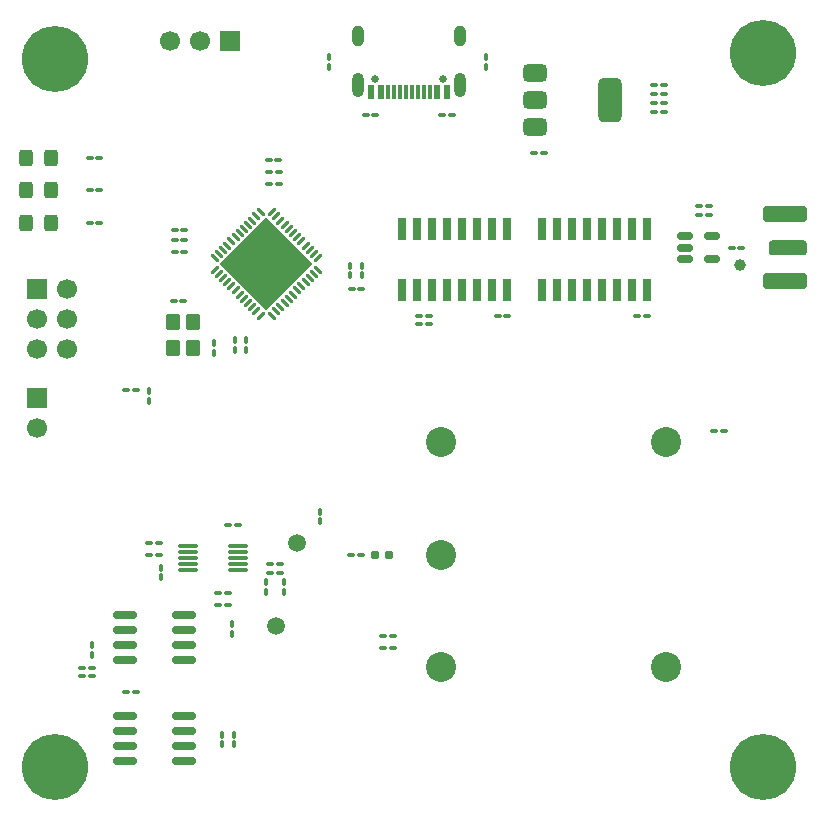
<source format=gbr>
%TF.GenerationSoftware,KiCad,Pcbnew,9.0.4*%
%TF.CreationDate,2025-10-01T21:18:27+02:00*%
%TF.ProjectId,gpsdo,67707364-6f2e-46b6-9963-61645f706362,rev?*%
%TF.SameCoordinates,Original*%
%TF.FileFunction,Soldermask,Top*%
%TF.FilePolarity,Negative*%
%FSLAX46Y46*%
G04 Gerber Fmt 4.6, Leading zero omitted, Abs format (unit mm)*
G04 Created by KiCad (PCBNEW 9.0.4) date 2025-10-01 21:18:27*
%MOMM*%
%LPD*%
G01*
G04 APERTURE LIST*
G04 Aperture macros list*
%AMRoundRect*
0 Rectangle with rounded corners*
0 $1 Rounding radius*
0 $2 $3 $4 $5 $6 $7 $8 $9 X,Y pos of 4 corners*
0 Add a 4 corners polygon primitive as box body*
4,1,4,$2,$3,$4,$5,$6,$7,$8,$9,$2,$3,0*
0 Add four circle primitives for the rounded corners*
1,1,$1+$1,$2,$3*
1,1,$1+$1,$4,$5*
1,1,$1+$1,$6,$7*
1,1,$1+$1,$8,$9*
0 Add four rect primitives between the rounded corners*
20,1,$1+$1,$2,$3,$4,$5,0*
20,1,$1+$1,$4,$5,$6,$7,0*
20,1,$1+$1,$6,$7,$8,$9,0*
20,1,$1+$1,$8,$9,$2,$3,0*%
%AMRotRect*
0 Rectangle, with rotation*
0 The origin of the aperture is its center*
0 $1 length*
0 $2 width*
0 $3 Rotation angle, in degrees counterclockwise*
0 Add horizontal line*
21,1,$1,$2,0,0,$3*%
G04 Aperture macros list end*
%ADD10RoundRect,0.102000X-0.266700X0.850900X-0.266700X-0.850900X0.266700X-0.850900X0.266700X0.850900X0*%
%ADD11RoundRect,0.100000X-0.100000X0.217500X-0.100000X-0.217500X0.100000X-0.217500X0.100000X0.217500X0*%
%ADD12C,2.540000*%
%ADD13C,3.600000*%
%ADD14C,5.600000*%
%ADD15RoundRect,0.100000X0.217500X0.100000X-0.217500X0.100000X-0.217500X-0.100000X0.217500X-0.100000X0*%
%ADD16R,1.700000X1.700000*%
%ADD17C,1.700000*%
%ADD18RoundRect,0.250000X0.325000X0.450000X-0.325000X0.450000X-0.325000X-0.450000X0.325000X-0.450000X0*%
%ADD19RoundRect,0.150000X-0.825000X-0.150000X0.825000X-0.150000X0.825000X0.150000X-0.825000X0.150000X0*%
%ADD20RoundRect,0.100000X-0.217500X-0.100000X0.217500X-0.100000X0.217500X0.100000X-0.217500X0.100000X0*%
%ADD21RoundRect,0.100000X0.100000X-0.217500X0.100000X0.217500X-0.100000X0.217500X-0.100000X-0.217500X0*%
%ADD22C,1.500000*%
%ADD23RoundRect,0.250000X-0.350000X0.450000X-0.350000X-0.450000X0.350000X-0.450000X0.350000X0.450000X0*%
%ADD24RoundRect,0.250000X1.350000X-0.385000X1.350000X0.385000X-1.350000X0.385000X-1.350000X-0.385000X0*%
%ADD25RoundRect,0.250000X1.600000X-0.425000X1.600000X0.425000X-1.600000X0.425000X-1.600000X-0.425000X0*%
%ADD26RoundRect,0.062500X-0.220971X-0.309359X0.309359X0.220971X0.220971X0.309359X-0.309359X-0.220971X0*%
%ADD27RoundRect,0.062500X0.220971X-0.309359X0.309359X-0.220971X-0.220971X0.309359X-0.309359X0.220971X0*%
%ADD28RotRect,5.600000X5.600000X45.000000*%
%ADD29RoundRect,0.375000X-0.625000X-0.375000X0.625000X-0.375000X0.625000X0.375000X-0.625000X0.375000X0*%
%ADD30RoundRect,0.500000X-0.500000X-1.400000X0.500000X-1.400000X0.500000X1.400000X-0.500000X1.400000X0*%
%ADD31RoundRect,0.150000X-0.512500X-0.150000X0.512500X-0.150000X0.512500X0.150000X-0.512500X0.150000X0*%
%ADD32C,0.650000*%
%ADD33R,0.600000X1.240000*%
%ADD34R,0.300000X1.240000*%
%ADD35O,1.000000X2.100000*%
%ADD36O,1.000000X1.800000*%
%ADD37RoundRect,0.087500X0.725000X0.087500X-0.725000X0.087500X-0.725000X-0.087500X0.725000X-0.087500X0*%
%ADD38RoundRect,0.160000X-0.197500X-0.160000X0.197500X-0.160000X0.197500X0.160000X-0.197500X0.160000X0*%
%ADD39RoundRect,0.150000X0.825000X0.150000X-0.825000X0.150000X-0.825000X-0.150000X0.825000X-0.150000X0*%
%ADD40C,1.000000*%
G04 APERTURE END LIST*
D10*
%TO.C,U1*%
X151045000Y-84154200D03*
X149775000Y-84154200D03*
X148505000Y-84154200D03*
X147235000Y-84154200D03*
X145965000Y-84154200D03*
X144695000Y-84154200D03*
X143425000Y-84154200D03*
X142155000Y-84154200D03*
X142155000Y-89335800D03*
X143425000Y-89335800D03*
X144695000Y-89335800D03*
X145965000Y-89335800D03*
X147235000Y-89335800D03*
X148505000Y-89335800D03*
X149775000Y-89335800D03*
X151045000Y-89335800D03*
%TD*%
D11*
%TO.C,C24*%
X138750000Y-88090000D03*
X138750000Y-87275000D03*
%TD*%
D12*
%TO.C,OSC5A2B1*%
X145450000Y-102225000D03*
X145450000Y-111750000D03*
X145450000Y-121275000D03*
X164500000Y-121275000D03*
X164500000Y-102225000D03*
%TD*%
D13*
%TO.C,REF\u002A\u002A*%
X112750000Y-69750000D03*
D14*
X112750000Y-69750000D03*
%TD*%
D15*
%TO.C,C2*%
X151076250Y-91505000D03*
X150261250Y-91505000D03*
%TD*%
D16*
%TO.C,J4*%
X127580000Y-68250000D03*
D17*
X125040000Y-68250000D03*
X122500000Y-68250000D03*
%TD*%
D18*
%TO.C,D3*%
X112425000Y-78150000D03*
X110375000Y-78150000D03*
%TD*%
D19*
%TO.C,U5*%
X118732500Y-116862500D03*
X118732500Y-118132500D03*
X118732500Y-119402500D03*
X118732500Y-120672500D03*
X123682500Y-120672500D03*
X123682500Y-119402500D03*
X123682500Y-118132500D03*
X123682500Y-116862500D03*
%TD*%
D20*
%TO.C,R1*%
X131025000Y-112500000D03*
X131840000Y-112500000D03*
%TD*%
%TO.C,C18*%
X137910000Y-89250000D03*
X138725000Y-89250000D03*
%TD*%
D15*
%TO.C,R18*%
X170907500Y-85750000D03*
X170092500Y-85750000D03*
%TD*%
D20*
%TO.C,R2*%
X143637500Y-92245000D03*
X144452500Y-92245000D03*
%TD*%
D15*
%TO.C,C4*%
X141415000Y-119650000D03*
X140600000Y-119650000D03*
%TD*%
D16*
%TO.C,J1*%
X111250000Y-98475000D03*
D17*
X111250000Y-101015000D03*
%TD*%
D11*
%TO.C,C32*%
X135250000Y-108092500D03*
X135250000Y-108907500D03*
%TD*%
D20*
%TO.C,C5*%
X168592500Y-101250000D03*
X169407500Y-101250000D03*
%TD*%
D21*
%TO.C,R16*%
X136000000Y-70407500D03*
X136000000Y-69592500D03*
%TD*%
D11*
%TO.C,C21*%
X137750000Y-87275000D03*
X137750000Y-88090000D03*
%TD*%
D15*
%TO.C,R13*%
X116557500Y-80900000D03*
X115742500Y-80900000D03*
%TD*%
D20*
%TO.C,R3*%
X143637500Y-91495000D03*
X144452500Y-91495000D03*
%TD*%
D22*
%TO.C,TP3*%
X131500000Y-117750000D03*
%TD*%
D20*
%TO.C,C31*%
X163500000Y-73500000D03*
X164315000Y-73500000D03*
%TD*%
D23*
%TO.C,X1*%
X122750000Y-92015000D03*
X122750000Y-94215000D03*
X124450000Y-94215000D03*
X124450000Y-92015000D03*
%TD*%
D24*
%TO.C,J5*%
X174837500Y-85750000D03*
D25*
X174587500Y-82925000D03*
X174587500Y-88575000D03*
%TD*%
D20*
%TO.C,C12*%
X118800000Y-123387500D03*
X119615000Y-123387500D03*
%TD*%
D26*
%TO.C,U6*%
X126312277Y-87601136D03*
X126665830Y-87954689D03*
X127019384Y-88308243D03*
X127372937Y-88661796D03*
X127726490Y-89015349D03*
X128080044Y-89368903D03*
X128433597Y-89722456D03*
X128787151Y-90076010D03*
X129140704Y-90429563D03*
X129494257Y-90783116D03*
X129847811Y-91136670D03*
X130201364Y-91490223D03*
D27*
X131173636Y-91490223D03*
X131527189Y-91136670D03*
X131880743Y-90783116D03*
X132234296Y-90429563D03*
X132587849Y-90076010D03*
X132941403Y-89722456D03*
X133294956Y-89368903D03*
X133648510Y-89015349D03*
X134002063Y-88661796D03*
X134355616Y-88308243D03*
X134709170Y-87954689D03*
X135062723Y-87601136D03*
D26*
X135062723Y-86628864D03*
X134709170Y-86275311D03*
X134355616Y-85921757D03*
X134002063Y-85568204D03*
X133648510Y-85214651D03*
X133294956Y-84861097D03*
X132941403Y-84507544D03*
X132587849Y-84153990D03*
X132234296Y-83800437D03*
X131880743Y-83446884D03*
X131527189Y-83093330D03*
X131173636Y-82739777D03*
D27*
X130201364Y-82739777D03*
X129847811Y-83093330D03*
X129494257Y-83446884D03*
X129140704Y-83800437D03*
X128787151Y-84153990D03*
X128433597Y-84507544D03*
X128080044Y-84861097D03*
X127726490Y-85214651D03*
X127372937Y-85568204D03*
X127019384Y-85921757D03*
X126665830Y-86275311D03*
X126312277Y-86628864D03*
D28*
X130687500Y-87115000D03*
%TD*%
D21*
%TO.C,C15*%
X121750000Y-113657500D03*
X121750000Y-112842500D03*
%TD*%
D20*
%TO.C,C20*%
X130910000Y-80365000D03*
X131725000Y-80365000D03*
%TD*%
%TO.C,C11*%
X126617500Y-115021250D03*
X127432500Y-115021250D03*
%TD*%
D15*
%TO.C,C3*%
X141415000Y-118650000D03*
X140600000Y-118650000D03*
%TD*%
D11*
%TO.C,R11*%
X120750000Y-97910000D03*
X120750000Y-98725000D03*
%TD*%
%TO.C,C27*%
X128000000Y-93592500D03*
X128000000Y-94407500D03*
%TD*%
D29*
%TO.C,U7*%
X153450000Y-70950000D03*
X153450000Y-73250000D03*
D30*
X159750000Y-73250000D03*
D29*
X153450000Y-75550000D03*
%TD*%
D18*
%TO.C,D1*%
X112425000Y-83650000D03*
X110375000Y-83650000D03*
%TD*%
D15*
%TO.C,R17*%
X138657500Y-111750000D03*
X137842500Y-111750000D03*
%TD*%
D11*
%TO.C,C7*%
X132182500Y-114092500D03*
X132182500Y-114907500D03*
%TD*%
%TO.C,C17*%
X126250000Y-93842500D03*
X126250000Y-94657500D03*
%TD*%
D15*
%TO.C,R12*%
X116557500Y-83650000D03*
X115742500Y-83650000D03*
%TD*%
D31*
%TO.C,U9*%
X166112500Y-84800000D03*
X166112500Y-85750000D03*
X166112500Y-86700000D03*
X168387500Y-86700000D03*
X168387500Y-84800000D03*
%TD*%
D13*
%TO.C,REF\u002A\u002A*%
X172750000Y-129750000D03*
D14*
X172750000Y-129750000D03*
%TD*%
D21*
%TO.C,C8*%
X126932500Y-127792500D03*
X126932500Y-126977500D03*
%TD*%
D15*
%TO.C,R9*%
X123725000Y-84250000D03*
X122910000Y-84250000D03*
%TD*%
D32*
%TO.C,J3*%
X145640000Y-71480000D03*
X139860000Y-71480000D03*
D33*
X145950000Y-72600000D03*
X145150000Y-72600000D03*
D34*
X144000000Y-72600000D03*
X143000000Y-72600000D03*
X142500000Y-72600000D03*
X141500000Y-72600000D03*
D33*
X140350000Y-72600000D03*
X139550000Y-72600000D03*
X139550000Y-72600000D03*
X140350000Y-72600000D03*
D34*
X141000000Y-72600000D03*
X142000000Y-72600000D03*
X143500000Y-72600000D03*
X144500000Y-72600000D03*
D33*
X145150000Y-72600000D03*
X145950000Y-72600000D03*
D35*
X147070000Y-72000000D03*
D36*
X147070000Y-67800000D03*
D35*
X138430000Y-72000000D03*
D36*
X138430000Y-67800000D03*
%TD*%
D13*
%TO.C,REF\u002A\u002A*%
X172750000Y-69250000D03*
D14*
X172750000Y-69250000D03*
%TD*%
D15*
%TO.C,R6*%
X121590000Y-110750000D03*
X120775000Y-110750000D03*
%TD*%
D10*
%TO.C,U2*%
X162945000Y-84159200D03*
X161675000Y-84159200D03*
X160405000Y-84159200D03*
X159135000Y-84159200D03*
X157865000Y-84159200D03*
X156595000Y-84159200D03*
X155325000Y-84159200D03*
X154055000Y-84159200D03*
X154055000Y-89340800D03*
X155325000Y-89340800D03*
X156595000Y-89340800D03*
X157865000Y-89340800D03*
X159135000Y-89340800D03*
X160405000Y-89340800D03*
X161675000Y-89340800D03*
X162945000Y-89340800D03*
%TD*%
D15*
%TO.C,C37*%
X168157500Y-83000000D03*
X167342500Y-83000000D03*
%TD*%
%TO.C,C1*%
X162907500Y-91500000D03*
X162092500Y-91500000D03*
%TD*%
D37*
%TO.C,U4*%
X128295000Y-113000000D03*
X128295000Y-112500000D03*
X128295000Y-112000000D03*
X128295000Y-111500000D03*
X128295000Y-111000000D03*
X124070000Y-111000000D03*
X124070000Y-111500000D03*
X124070000Y-112000000D03*
X124070000Y-112500000D03*
X124070000Y-113000000D03*
%TD*%
D20*
%TO.C,C29*%
X163500000Y-72000000D03*
X164315000Y-72000000D03*
%TD*%
D15*
%TO.C,L1*%
X131840000Y-113250000D03*
X131025000Y-113250000D03*
%TD*%
D21*
%TO.C,C6*%
X127932500Y-127792500D03*
X127932500Y-126977500D03*
%TD*%
D15*
%TO.C,R14*%
X116557500Y-78150000D03*
X115742500Y-78150000D03*
%TD*%
D22*
%TO.C,TP1*%
X133250000Y-110750000D03*
%TD*%
D20*
%TO.C,C28*%
X153342500Y-77750000D03*
X154157500Y-77750000D03*
%TD*%
D11*
%TO.C,C9*%
X130682500Y-114092500D03*
X130682500Y-114907500D03*
%TD*%
D38*
%TO.C,TH1*%
X139902500Y-111750000D03*
X141097500Y-111750000D03*
%TD*%
D20*
%TO.C,C33*%
X163500000Y-74250000D03*
X164315000Y-74250000D03*
%TD*%
D13*
%TO.C,REF\u002A\u002A*%
X112750000Y-129750000D03*
D14*
X112750000Y-129750000D03*
%TD*%
D20*
%TO.C,C10*%
X126617500Y-116021250D03*
X127432500Y-116021250D03*
%TD*%
D15*
%TO.C,R10*%
X119657500Y-97802500D03*
X118842500Y-97802500D03*
%TD*%
%TO.C,C19*%
X123725000Y-85115000D03*
X122910000Y-85115000D03*
%TD*%
D20*
%TO.C,C23*%
X130910000Y-79365000D03*
X131725000Y-79365000D03*
%TD*%
D18*
%TO.C,D2*%
X112425000Y-80900000D03*
X110375000Y-80900000D03*
%TD*%
D21*
%TO.C,R4*%
X115957500Y-120200000D03*
X115957500Y-119385000D03*
%TD*%
D20*
%TO.C,C25*%
X130885000Y-78365000D03*
X131700000Y-78365000D03*
%TD*%
%TO.C,C34*%
X145592500Y-74500000D03*
X146407500Y-74500000D03*
%TD*%
D39*
%TO.C,U3*%
X123682500Y-129197500D03*
X123682500Y-127927500D03*
X123682500Y-126657500D03*
X123682500Y-125387500D03*
X118732500Y-125387500D03*
X118732500Y-126657500D03*
X118732500Y-127927500D03*
X118732500Y-129197500D03*
%TD*%
D15*
%TO.C,C13*%
X115932500Y-121292500D03*
X115117500Y-121292500D03*
%TD*%
%TO.C,C36*%
X168157500Y-82250000D03*
X167342500Y-82250000D03*
%TD*%
%TO.C,C22*%
X123725000Y-86115000D03*
X122910000Y-86115000D03*
%TD*%
D16*
%TO.C,J2*%
X111250000Y-89277500D03*
D17*
X113790000Y-89277500D03*
X111250000Y-91817500D03*
X113790000Y-91817500D03*
X111250000Y-94357500D03*
X113790000Y-94357500D03*
%TD*%
D21*
%TO.C,R15*%
X149250000Y-70407500D03*
X149250000Y-69592500D03*
%TD*%
D15*
%TO.C,R7*%
X128272500Y-109250000D03*
X127457500Y-109250000D03*
%TD*%
D11*
%TO.C,C26*%
X129000000Y-93592500D03*
X129000000Y-94407500D03*
%TD*%
D15*
%TO.C,R5*%
X121590000Y-111750000D03*
X120775000Y-111750000D03*
%TD*%
D40*
%TO.C,TP2*%
X170750000Y-87250000D03*
%TD*%
D20*
%TO.C,C30*%
X163500000Y-72750000D03*
X164315000Y-72750000D03*
%TD*%
%TO.C,C16*%
X122842500Y-90250000D03*
X123657500Y-90250000D03*
%TD*%
D15*
%TO.C,C14*%
X115932500Y-122042500D03*
X115117500Y-122042500D03*
%TD*%
%TO.C,C35*%
X139907500Y-74500000D03*
X139092500Y-74500000D03*
%TD*%
D21*
%TO.C,R8*%
X127750000Y-118450000D03*
X127750000Y-117635000D03*
%TD*%
M02*

</source>
